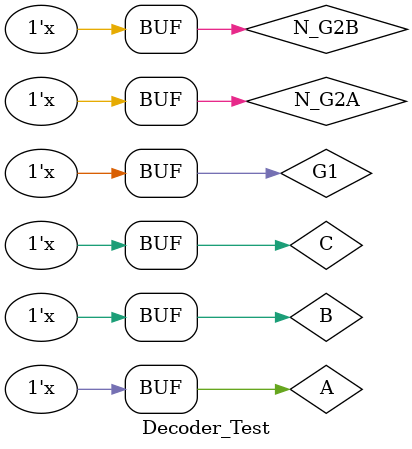
<source format=v>
`timescale 1ns / 1ps


module Decoder_Test;
    reg G1,N_G2A,N_G2B,C,B,A;
    wire [7:0] N_Y;

    Decoder DT(G1,N_G2A,N_G2B,C,B,A,N_Y);

    initial 
        {G1,N_G2A,N_G2B,C,B,A}=6'b100000;
    always
    begin
        #100;
        {G1,N_G2A,N_G2B,C,B,A}={G1,N_G2A,N_G2B,C,B,A}+1;
    end
endmodule

</source>
